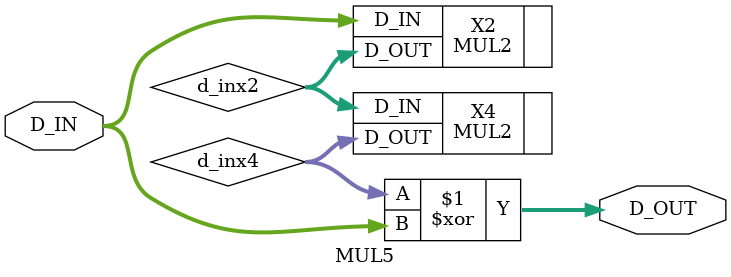
<source format=v>
`timescale 1ns / 1ps
module MUL5(
   input [3:0] D_IN,
   output [3:0] D_OUT
);
	 
	wire [3:0] d_inx2, d_inx4;

	MUL2 X2 (
    .D_IN(D_IN), 
    .D_OUT(d_inx2)
   );
	
	MUL2 X4 (
    .D_IN(d_inx2), 
    .D_OUT(d_inx4)
   );
	
	assign D_OUT = d_inx4 ^ D_IN;
endmodule

</source>
